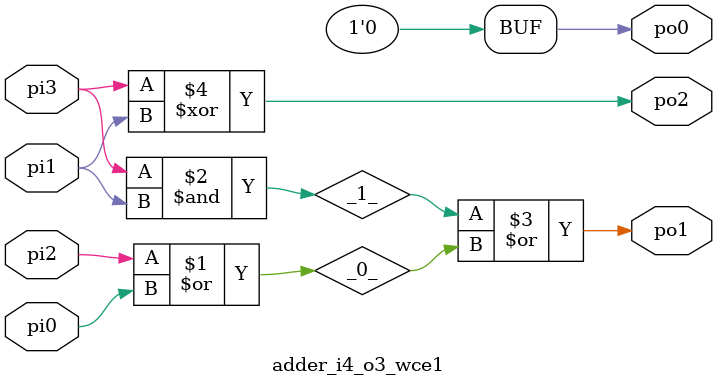
<source format=v>
/* Generated by Yosys 0.9 (git sha1 1979e0b) */

module adder_i4_o3_wce1(pi0, pi1, pi2, pi3, po0, po1, po2);
  wire _0_;
  wire _1_;
  input pi0;
  input pi1;
  input pi2;
  input pi3;
  output po0;
  output po1;
  output po2;
  assign _0_ = pi2 | pi0;
  assign _1_ = pi3 & pi1;
  assign po1 = _1_ | _0_;
  assign po2 = pi3 ^ pi1;
  assign po0 = 1'h0;
endmodule

</source>
